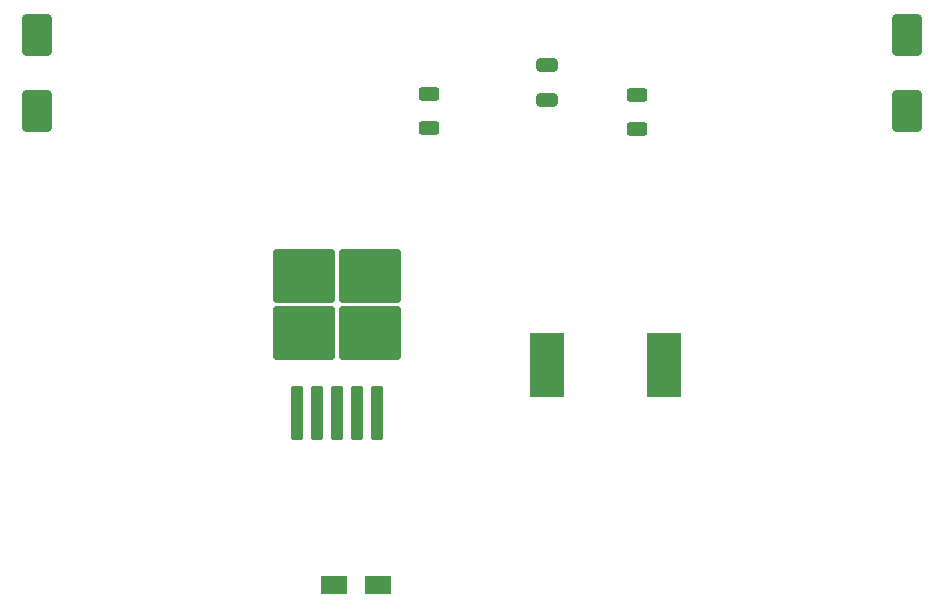
<source format=gbr>
%TF.GenerationSoftware,KiCad,Pcbnew,7.0.2*%
%TF.CreationDate,2023-09-08T16:08:14-07:00*%
%TF.ProjectId,Buck Converter,4275636b-2043-46f6-9e76-65727465722e,rev?*%
%TF.SameCoordinates,Original*%
%TF.FileFunction,Paste,Top*%
%TF.FilePolarity,Positive*%
%FSLAX46Y46*%
G04 Gerber Fmt 4.6, Leading zero omitted, Abs format (unit mm)*
G04 Created by KiCad (PCBNEW 7.0.2) date 2023-09-08 16:08:14*
%MOMM*%
%LPD*%
G01*
G04 APERTURE LIST*
G04 Aperture macros list*
%AMRoundRect*
0 Rectangle with rounded corners*
0 $1 Rounding radius*
0 $2 $3 $4 $5 $6 $7 $8 $9 X,Y pos of 4 corners*
0 Add a 4 corners polygon primitive as box body*
4,1,4,$2,$3,$4,$5,$6,$7,$8,$9,$2,$3,0*
0 Add four circle primitives for the rounded corners*
1,1,$1+$1,$2,$3*
1,1,$1+$1,$4,$5*
1,1,$1+$1,$6,$7*
1,1,$1+$1,$8,$9*
0 Add four rect primitives between the rounded corners*
20,1,$1+$1,$2,$3,$4,$5,0*
20,1,$1+$1,$4,$5,$6,$7,0*
20,1,$1+$1,$6,$7,$8,$9,0*
20,1,$1+$1,$8,$9,$2,$3,0*%
G04 Aperture macros list end*
%ADD10RoundRect,0.250000X-1.000000X1.500000X-1.000000X-1.500000X1.000000X-1.500000X1.000000X1.500000X0*%
%ADD11RoundRect,0.250000X0.625000X-0.312500X0.625000X0.312500X-0.625000X0.312500X-0.625000X-0.312500X0*%
%ADD12R,2.184400X1.625600*%
%ADD13RoundRect,0.250000X0.300000X-2.050000X0.300000X2.050000X-0.300000X2.050000X-0.300000X-2.050000X0*%
%ADD14RoundRect,0.250000X2.375000X-2.025000X2.375000X2.025000X-2.375000X2.025000X-2.375000X-2.025000X0*%
%ADD15RoundRect,0.250000X-0.650000X0.325000X-0.650000X-0.325000X0.650000X-0.325000X0.650000X0.325000X0*%
%ADD16RoundRect,0.250000X-0.625000X0.312500X-0.625000X-0.312500X0.625000X-0.312500X0.625000X0.312500X0*%
%ADD17R,2.895600X5.410200*%
G04 APERTURE END LIST*
D10*
%TO.C,C_IN1*%
X116018000Y-85077500D03*
X116018000Y-91577500D03*
%TD*%
D11*
%TO.C,R1*%
X149148800Y-92993400D03*
X149148800Y-90068400D03*
%TD*%
D10*
%TO.C,C_OUT1*%
X189678000Y-85077500D03*
X189678000Y-91577500D03*
%TD*%
D12*
%TO.C,D1*%
X141138600Y-131661100D03*
X144847000Y-131661100D03*
%TD*%
D13*
%TO.C,U1*%
X138018000Y-117087500D03*
X139718000Y-117087500D03*
X141418000Y-117087500D03*
D14*
X138643000Y-110362500D03*
X144193000Y-110362500D03*
X138643000Y-105512500D03*
X144193000Y-105512500D03*
D13*
X143118000Y-117087500D03*
X144818000Y-117087500D03*
%TD*%
D15*
%TO.C,C_FF1*%
X159198000Y-87617500D03*
X159198000Y-90567500D03*
%TD*%
D16*
%TO.C,R2*%
X166818000Y-90157500D03*
X166818000Y-93082500D03*
%TD*%
D17*
%TO.C,L1*%
X159198000Y-113017500D03*
X169104000Y-113017500D03*
%TD*%
M02*

</source>
